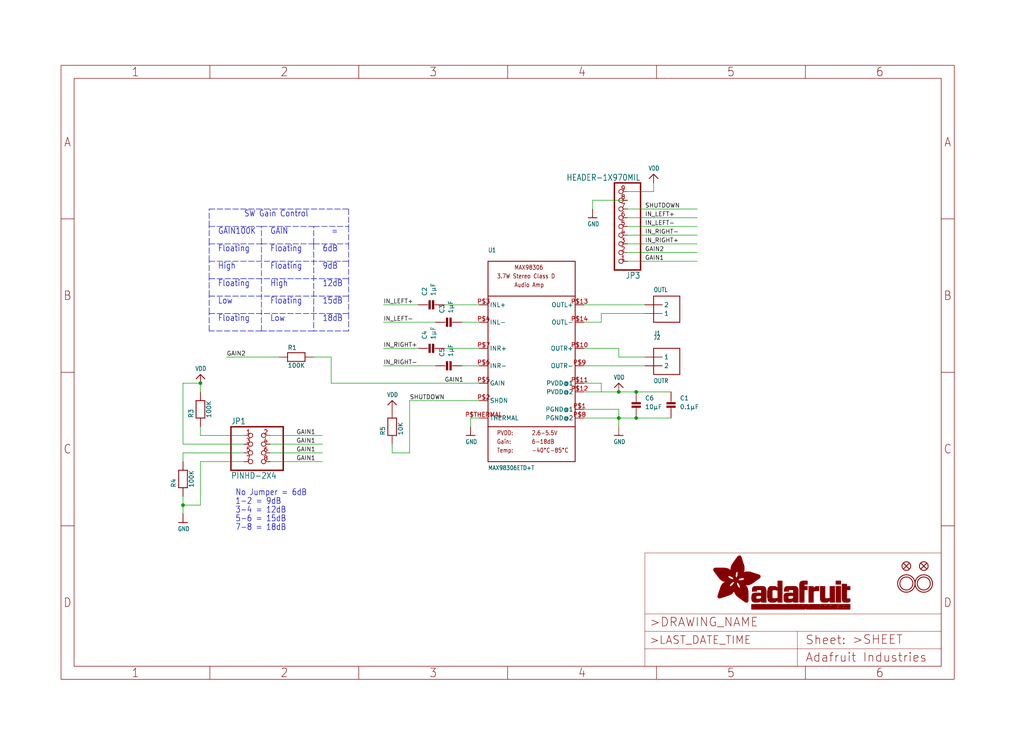
<source format=kicad_sch>
(kicad_sch (version 20211123) (generator eeschema)
  (paper "User" 298.45 217.881)
  (lib_symbols
    (symbol "eagleSchem-eagle-import:AUDIOAMP_MAX98306"
      (property "Reference" "U" (at -12.7 30.48 0))
      (property "Value" "AUDIOAMP_MAX98306" (at -12.7 -33.02 0))
      (symbol "AUDIOAMP_MAX98306_1_0"
        (text "-40°C-85°C" (at 0 -27.94 0) (effects (font (size 1.27 1.0795)) (justify left bottom)))
        (text "2.6-5.5V" (at 0 -22.86 0) (effects (font (size 1.27 1.0795)) (justify left bottom)))
        (text "3.7W Stereo Class D" (at -10.16 22.86 0) (effects (font (size 1.27 1.0795)) (justify left bottom)))
        (text "6-18dB" (at 0 -25.4 0) (effects (font (size 1.27 1.0795)) (justify left bottom)))
        (text "Audio Amp" (at -5.08 20.32 0) (effects (font (size 1.27 1.0795)) (justify left bottom)))
        (text "Gain:" (at -10.16 -25.4 0) (effects (font (size 1.27 1.0795)) (justify left bottom)))
        (text "MAX98306" (at -5.08 25.4 0) (effects (font (size 1.27 1.0795)) (justify left bottom)))
        (text "PVDD:" (at -10.16 -22.86 0) (effects (font (size 1.27 1.0795)) (justify left bottom)))
        (text "Temp:" (at -10.16 -27.94 0) (effects (font (size 1.27 1.0795)) (justify left bottom)))
        (pin power_in line (at 15.24 -15.24 180) (length 2.54) (name "PGND@1") (number "P$1"))
        (pin output line (at 15.24 2.54 180) (length 2.54) (name "OUTR+") (number "P$10"))
        (pin power_in line (at 15.24 -7.62 180) (length 2.54) (name "PVDD@1") (number "P$11"))
        (pin power_in line (at 15.24 -10.16 180) (length 2.54) (name "PVDD@2") (number "P$12"))
        (pin output line (at 15.24 15.24 180) (length 2.54) (name "OUTL+") (number "P$13"))
        (pin output line (at 15.24 10.16 180) (length 2.54) (name "OUTL-") (number "P$14"))
        (pin input line (at -15.24 -12.7 0) (length 2.54) (name "SHDN") (number "P$2"))
        (pin input line (at -15.24 15.24 0) (length 2.54) (name "INL+") (number "P$3"))
        (pin input line (at -15.24 10.16 0) (length 2.54) (name "INL-") (number "P$4"))
        (pin input line (at -15.24 -7.62 0) (length 2.54) (name "GAIN") (number "P$5"))
        (pin input line (at -15.24 -2.54 0) (length 2.54) (name "INR-") (number "P$6"))
        (pin input line (at -15.24 2.54 0) (length 2.54) (name "INR+") (number "P$7"))
        (pin power_in line (at 15.24 -17.78 180) (length 2.54) (name "PGND@2") (number "P$8"))
        (pin output line (at 15.24 -2.54 180) (length 2.54) (name "OUTR-") (number "P$9"))
        (pin power_in line (at -15.24 -17.78 0) (length 2.54) (name "THERMAL") (number "P$THERMAL"))
      )
    )
    (symbol "eagleSchem-eagle-import:CAP_CERAMIC0805"
      (property "Reference" "C" (at 2.54 2.54 0))
      (property "Value" "CAP_CERAMIC0805" (at 2.54 0 0))
      (symbol "CAP_CERAMIC0805_1_0"
        (pin passive line (at 0 5.08 270) (length 2.54) (name "P$1") (number "1"))
        (pin passive line (at 0 -2.54 90) (length 2.54) (name "P$2") (number "2"))
      )
    )
    (symbol "eagleSchem-eagle-import:FIDUCIAL{dblquote}{dblquote}")
    (symbol "eagleSchem-eagle-import:FRAME_A4_ADAFRUIT"
      (symbol "FRAME_A4_ADAFRUIT_1_0"
        (text "1" (at 21.6958 1.905 0) (effects (font (size 2.54 2.286))))
        (text "1" (at 21.6958 177.165 0) (effects (font (size 2.54 2.286))))
        (text "2" (at 65.0875 1.905 0) (effects (font (size 2.54 2.286))))
        (text "2" (at 65.0875 177.165 0) (effects (font (size 2.54 2.286))))
        (text "3" (at 108.4792 1.905 0) (effects (font (size 2.54 2.286))))
        (text "3" (at 108.4792 177.165 0) (effects (font (size 2.54 2.286))))
        (text "4" (at 151.8708 1.905 0) (effects (font (size 2.54 2.286))))
        (text "4" (at 151.8708 177.165 0) (effects (font (size 2.54 2.286))))
        (text "5" (at 195.2625 1.905 0) (effects (font (size 2.54 2.286))))
        (text "5" (at 195.2625 177.165 0) (effects (font (size 2.54 2.286))))
        (text "6" (at 238.6542 1.905 0) (effects (font (size 2.54 2.286))))
        (text "6" (at 238.6542 177.165 0) (effects (font (size 2.54 2.286))))
        (text ">DRAWING_NAME" (at 171.45 15.24 0) (effects (font (size 2.54 2.54)) (justify left bottom)))
        (text ">LAST_DATE_TIME" (at 171.45 10.16 0) (effects (font (size 2.286 2.286)) (justify left bottom)))
        (text ">SHEET" (at 230.505 10.16 0) (effects (font (size 2.54 2.54)) (justify left bottom)))
        (text "A" (at 1.905 156.6863 0) (effects (font (size 2.54 2.286))))
        (text "A" (at 258.445 156.6863 0) (effects (font (size 2.54 2.286))))
        (text "Adafruit Industries" (at 216.916 4.953 0) (effects (font (size 2.54 2.54)) (justify left bottom)))
        (text "B" (at 1.905 111.9188 0) (effects (font (size 2.54 2.286))))
        (text "B" (at 258.445 111.9188 0) (effects (font (size 2.54 2.286))))
        (text "C" (at 1.905 67.1513 0) (effects (font (size 2.54 2.286))))
        (text "C" (at 258.445 67.1513 0) (effects (font (size 2.54 2.286))))
        (text "D" (at 1.905 22.3838 0) (effects (font (size 2.54 2.286))))
        (text "D" (at 258.445 22.3838 0) (effects (font (size 2.54 2.286))))
        (text "Sheet:" (at 216.916 10.033 0) (effects (font (size 2.54 2.54)) (justify left bottom)))
      )
    )
    (symbol "eagleSchem-eagle-import:GND" (power)
      (property "Value" "GND" (at -1.524 -2.54 0))
      (symbol "GND_1_0"
        (pin power_in line (at 0 2.54 270) (length 2.54) (name "GND") (number "1"))
      )
    )
    (symbol "eagleSchem-eagle-import:HEADER-1X970MIL"
      (property "Reference" "JP" (at -6.35 13.335 0))
      (property "Value" "HEADER-1X970MIL" (at -6.35 -15.24 0))
      (symbol "HEADER-1X970MIL_1_0"
        (pin passive inverted (at -2.54 10.16 0) (length 2.54) (name "1") (number "1"))
        (pin passive inverted (at -2.54 7.62 0) (length 2.54) (name "2") (number "2"))
        (pin passive inverted (at -2.54 5.08 0) (length 2.54) (name "3") (number "3"))
        (pin passive inverted (at -2.54 2.54 0) (length 2.54) (name "4") (number "4"))
        (pin passive inverted (at -2.54 0 0) (length 2.54) (name "5") (number "5"))
        (pin passive inverted (at -2.54 -2.54 0) (length 2.54) (name "6") (number "6"))
        (pin passive inverted (at -2.54 -5.08 0) (length 2.54) (name "7") (number "7"))
        (pin passive inverted (at -2.54 -7.62 0) (length 2.54) (name "8") (number "8"))
        (pin passive inverted (at -2.54 -10.16 0) (length 2.54) (name "9") (number "9"))
      )
    )
    (symbol "eagleSchem-eagle-import:MOUNTINGHOLE2.5")
    (symbol "eagleSchem-eagle-import:PINHD-2X4"
      (property "Reference" "JP" (at -6.35 8.255 0))
      (property "Value" "PINHD-2X4" (at -6.35 -7.62 0))
      (symbol "PINHD-2X4_1_0"
        (pin passive inverted (at -2.54 5.08 0) (length 2.54) (name "1") (number "1"))
        (pin passive inverted (at 5.08 5.08 180) (length 2.54) (name "2") (number "2"))
        (pin passive inverted (at -2.54 2.54 0) (length 2.54) (name "3") (number "3"))
        (pin passive inverted (at 5.08 2.54 180) (length 2.54) (name "4") (number "4"))
        (pin passive inverted (at -2.54 0 0) (length 2.54) (name "5") (number "5"))
        (pin passive inverted (at 5.08 0 180) (length 2.54) (name "6") (number "6"))
        (pin passive inverted (at -2.54 -2.54 0) (length 2.54) (name "7") (number "7"))
        (pin passive inverted (at 5.08 -2.54 180) (length 2.54) (name "8") (number "8"))
      )
    )
    (symbol "eagleSchem-eagle-import:RESISTOR0805"
      (property "Reference" "R" (at -2.54 2.032 0))
      (property "Value" "RESISTOR0805" (at -2.54 -3.175 0))
      (symbol "RESISTOR0805_1_0"
        (pin passive line (at -5.08 0 0) (length 2.54) (name "1") (number "1"))
        (pin passive line (at 5.08 0 180) (length 2.54) (name "2") (number "2"))
      )
    )
    (symbol "eagleSchem-eagle-import:TERMBLOCK_1X2"
      (property "Reference" "J" (at -2.54 7.62 0))
      (property "Value" "TERMBLOCK_1X2" (at -2.54 -5.08 0))
      (symbol "TERMBLOCK_1X2_1_0"
        (pin passive line (at -5.08 2.54 0) (length 5.08) (name "1") (number "1"))
        (pin passive line (at -5.08 0 0) (length 5.08) (name "2") (number "2"))
      )
    )
    (symbol "eagleSchem-eagle-import:VDD" (power)
      (property "Value" "VDD" (at -1.524 1.016 0))
      (symbol "VDD_1_0"
        (pin power_in line (at 0 -2.54 90) (length 2.54) (name "VDD") (number "1"))
      )
    )
  )
  (junction (at 180.34 121.92))
  (junction (at 53.34 147.32))
  (junction (at 58.42 111.76))
  (junction (at 185.42 121.92))
  (junction (at 180.34 114.3))
  (junction (at 185.42 114.3))
  (wire (pts (xy 190.5 55.88) (xy 190.5 53.34)))
  (wire (pts (xy 53.34 147.32) (xy 53.34 149.86)))
  (polyline (pts (xy 101.6 66.04) (xy 101.6 71.12)))
  (polyline (pts (xy 91.44 66.04) (xy 101.6 66.04)))
  (polyline (pts (xy 76.2 96.52) (xy 60.96 96.52)))
  (wire (pts (xy 71.12 129.54) (xy 53.34 129.54)))
  (wire (pts (xy 182.88 58.42) (xy 172.72 58.42)))
  (wire (pts (xy 180.34 101.6) (xy 180.34 104.14)))
  (wire (pts (xy 139.7 101.6) (xy 129.54 101.6)))
  (polyline (pts (xy 60.96 81.28) (xy 101.6 81.28)))
  (wire (pts (xy 182.88 71.12) (xy 203.2 71.12)))
  (wire (pts (xy 182.88 55.88) (xy 190.5 55.88)))
  (wire (pts (xy 139.7 93.98) (xy 134.62 93.98)))
  (polyline (pts (xy 101.6 71.12) (xy 101.6 76.2)))
  (wire (pts (xy 180.34 104.14) (xy 187.96 104.14)))
  (wire (pts (xy 119.38 116.84) (xy 119.38 132.08)))
  (wire (pts (xy 170.18 93.98) (xy 175.26 93.98)))
  (polyline (pts (xy 60.96 71.12) (xy 60.96 66.04)))
  (polyline (pts (xy 101.6 76.2) (xy 101.6 81.28)))
  (polyline (pts (xy 101.6 60.96) (xy 101.6 66.04)))
  (polyline (pts (xy 60.96 86.36) (xy 60.96 81.28)))
  (wire (pts (xy 96.52 111.76) (xy 96.52 104.14)))
  (polyline (pts (xy 60.96 60.96) (xy 101.6 60.96)))
  (wire (pts (xy 182.88 73.66) (xy 203.2 73.66)))
  (wire (pts (xy 170.18 88.9) (xy 187.96 88.9)))
  (polyline (pts (xy 76.2 96.52) (xy 76.2 71.12)))
  (wire (pts (xy 96.52 104.14) (xy 91.44 104.14)))
  (polyline (pts (xy 91.44 96.52) (xy 76.2 96.52)))
  (wire (pts (xy 58.42 127) (xy 58.42 124.46)))
  (wire (pts (xy 78.74 127) (xy 93.98 127)))
  (wire (pts (xy 180.34 114.3) (xy 185.42 114.3)))
  (wire (pts (xy 182.88 76.2) (xy 203.2 76.2)))
  (wire (pts (xy 182.88 68.58) (xy 203.2 68.58)))
  (wire (pts (xy 170.18 111.76) (xy 175.26 111.76)))
  (wire (pts (xy 53.34 111.76) (xy 58.42 111.76)))
  (polyline (pts (xy 76.2 71.12) (xy 76.2 66.04)))
  (polyline (pts (xy 91.44 71.12) (xy 91.44 96.52)))
  (polyline (pts (xy 101.6 96.52) (xy 91.44 96.52)))
  (polyline (pts (xy 60.96 91.44) (xy 60.96 86.36)))
  (wire (pts (xy 121.92 101.6) (xy 111.76 101.6)))
  (wire (pts (xy 182.88 66.04) (xy 203.2 66.04)))
  (polyline (pts (xy 76.2 71.12) (xy 91.44 71.12)))
  (wire (pts (xy 139.7 116.84) (xy 119.38 116.84)))
  (wire (pts (xy 170.18 101.6) (xy 180.34 101.6)))
  (wire (pts (xy 78.74 129.54) (xy 93.98 129.54)))
  (wire (pts (xy 170.18 121.92) (xy 180.34 121.92)))
  (wire (pts (xy 170.18 119.38) (xy 180.34 119.38)))
  (polyline (pts (xy 60.96 66.04) (xy 60.96 60.96)))
  (wire (pts (xy 71.12 127) (xy 58.42 127)))
  (wire (pts (xy 121.92 88.9) (xy 111.76 88.9)))
  (wire (pts (xy 53.34 132.08) (xy 53.34 134.62)))
  (polyline (pts (xy 60.96 91.44) (xy 101.6 91.44)))
  (wire (pts (xy 180.34 119.38) (xy 180.34 121.92)))
  (wire (pts (xy 137.16 121.92) (xy 137.16 124.46)))
  (wire (pts (xy 71.12 132.08) (xy 53.34 132.08)))
  (wire (pts (xy 170.18 114.3) (xy 180.34 114.3)))
  (wire (pts (xy 58.42 134.62) (xy 58.42 147.32)))
  (wire (pts (xy 139.7 106.68) (xy 134.62 106.68)))
  (wire (pts (xy 53.34 129.54) (xy 53.34 111.76)))
  (polyline (pts (xy 101.6 86.36) (xy 101.6 91.44)))
  (wire (pts (xy 58.42 114.3) (xy 58.42 111.76)))
  (polyline (pts (xy 91.44 71.12) (xy 101.6 71.12)))
  (polyline (pts (xy 101.6 81.28) (xy 101.6 86.36)))
  (wire (pts (xy 139.7 88.9) (xy 129.54 88.9)))
  (wire (pts (xy 175.26 111.76) (xy 175.26 114.3)))
  (wire (pts (xy 180.34 121.92) (xy 180.34 124.46)))
  (wire (pts (xy 119.38 132.08) (xy 114.3 132.08)))
  (wire (pts (xy 71.12 134.62) (xy 58.42 134.62)))
  (wire (pts (xy 78.74 132.08) (xy 93.98 132.08)))
  (wire (pts (xy 185.42 121.92) (xy 180.34 121.92)))
  (wire (pts (xy 175.26 93.98) (xy 175.26 91.44)))
  (wire (pts (xy 172.72 58.42) (xy 172.72 60.96)))
  (polyline (pts (xy 60.96 96.52) (xy 60.96 91.44)))
  (wire (pts (xy 170.18 106.68) (xy 187.96 106.68)))
  (wire (pts (xy 139.7 111.76) (xy 96.52 111.76)))
  (wire (pts (xy 81.28 104.14) (xy 66.04 104.14)))
  (polyline (pts (xy 101.6 91.44) (xy 101.6 96.52)))
  (wire (pts (xy 175.26 91.44) (xy 187.96 91.44)))
  (wire (pts (xy 139.7 121.92) (xy 137.16 121.92)))
  (wire (pts (xy 58.42 147.32) (xy 53.34 147.32)))
  (polyline (pts (xy 60.96 86.36) (xy 101.6 86.36)))
  (wire (pts (xy 127 93.98) (xy 111.76 93.98)))
  (polyline (pts (xy 91.44 71.12) (xy 91.44 66.04)))
  (polyline (pts (xy 60.96 71.12) (xy 76.2 71.12)))
  (wire (pts (xy 182.88 60.96) (xy 203.2 60.96)))
  (polyline (pts (xy 76.2 66.04) (xy 91.44 66.04)))
  (wire (pts (xy 127 106.68) (xy 111.76 106.68)))
  (polyline (pts (xy 60.96 76.2) (xy 60.96 71.12)))
  (wire (pts (xy 114.3 132.08) (xy 114.3 129.54)))
  (polyline (pts (xy 60.96 66.04) (xy 76.2 66.04)))
  (polyline (pts (xy 60.96 76.2) (xy 101.6 76.2)))
  (wire (pts (xy 53.34 144.78) (xy 53.34 147.32)))
  (wire (pts (xy 185.42 114.3) (xy 195.58 114.3)))
  (polyline (pts (xy 60.96 81.28) (xy 60.96 76.2)))
  (wire (pts (xy 195.58 121.92) (xy 185.42 121.92)))
  (wire (pts (xy 182.88 63.5) (xy 203.2 63.5)))
  (wire (pts (xy 78.74 134.62) (xy 93.98 134.62)))
  (text "Floating" (at 63.5 93.98 180) (effects (font (size 1.778 1.5113)) (justify left bottom)))
  (text "Floating" (at 63.5 73.66 180) (effects (font (size 1.778 1.5113)) (justify left bottom)))
  (text "6dB" (at 93.98 73.66 180) (effects (font (size 1.778 1.5113)) (justify left bottom)))
  (text "12dB" (at 93.98 83.82 180) (effects (font (size 1.778 1.5113)) (justify left bottom)))
  (text "Low" (at 78.74 93.98 180) (effects (font (size 1.778 1.5113)) (justify left bottom)))
  (text "SW Gain Control" (at 71.12 63.5 180) (effects (font (size 1.778 1.5113)) (justify left bottom)))
  (text "5-6 = 15dB" (at 68.58 152.4 180) (effects (font (size 1.778 1.5113)) (justify left bottom)))
  (text "Floating" (at 78.74 73.66 180) (effects (font (size 1.778 1.5113)) (justify left bottom)))
  (text "1-2 = 9dB" (at 68.58 147.32 180) (effects (font (size 1.778 1.5113)) (justify left bottom)))
  (text "18dB" (at 93.98 93.98 180) (effects (font (size 1.778 1.5113)) (justify left bottom)))
  (text "High" (at 78.74 83.82 180) (effects (font (size 1.778 1.5113)) (justify left bottom)))
  (text "9dB" (at 93.98 78.74 180) (effects (font (size 1.778 1.5113)) (justify left bottom)))
  (text "=" (at 96.52 68.58 180) (effects (font (size 1.778 1.5113)) (justify left bottom)))
  (text "Floating" (at 78.74 78.74 180) (effects (font (size 1.778 1.5113)) (justify left bottom)))
  (text "Floating" (at 78.74 88.9 180) (effects (font (size 1.778 1.5113)) (justify left bottom)))
  (text "High" (at 63.5 78.74 180) (effects (font (size 1.778 1.5113)) (justify left bottom)))
  (text "Floating" (at 63.5 83.82 180) (effects (font (size 1.778 1.5113)) (justify left bottom)))
  (text "No Jumper = 6dB" (at 68.58 144.78 180) (effects (font (size 1.778 1.5113)) (justify left bottom)))
  (text "3-4 = 12dB" (at 68.58 149.86 180) (effects (font (size 1.778 1.5113)) (justify left bottom)))
  (text "Low" (at 63.5 88.9 180) (effects (font (size 1.778 1.5113)) (justify left bottom)))
  (text "GAIN" (at 78.74 68.58 180) (effects (font (size 1.778 1.5113)) (justify left bottom)))
  (text "15dB" (at 93.98 88.9 180) (effects (font (size 1.778 1.5113)) (justify left bottom)))
  (text "GAIN100K" (at 63.5 68.58 180) (effects (font (size 1.778 1.5113)) (justify left bottom)))
  (text "7-8 = 18dB" (at 68.58 154.94 180) (effects (font (size 1.778 1.5113)) (justify left bottom)))
  (label "IN_LEFT+" (at 111.76 88.9 0) (effects (font (size 1.2446 1.2446))))
  (label "IN_LEFT+" (at 187.96 63.5 0) (effects (font (size 1.2446 1.2446))))
  (label "GAIN1" (at 86.36 127 0) (effects (font (size 1.2446 1.2446))))
  (label "IN_RIGHT-" (at 187.96 68.58 0) (effects (font (size 1.2446 1.2446))))
  (label "IN_RIGHT+" (at 111.76 101.6 0) (effects (font (size 1.2446 1.2446))))
  (label "IN_RIGHT-" (at 111.76 106.68 0) (effects (font (size 1.2446 1.2446))))
  (label "GAIN2" (at 66.04 104.14 0) (effects (font (size 1.2446 1.2446))))
  (label "GAIN1" (at 86.36 134.62 0) (effects (font (size 1.2446 1.2446))))
  (label "GAIN1" (at 187.96 76.2 0) (effects (font (size 1.2446 1.2446))))
  (label "GAIN2" (at 187.96 73.66 0) (effects (font (size 1.2446 1.2446))))
  (label "IN_RIGHT+" (at 187.96 71.12 0) (effects (font (size 1.2446 1.2446))))
  (label "GAIN1" (at 129.54 111.76 0) (effects (font (size 1.2446 1.2446))))
  (label "GAIN1" (at 86.36 129.54 0) (effects (font (size 1.2446 1.2446))))
  (label "SHUTDOWN" (at 187.96 60.96 0) (effects (font (size 1.2446 1.2446))))
  (label "SHUTDOWN" (at 119.38 116.84 0) (effects (font (size 1.2446 1.2446))))
  (label "IN_LEFT-" (at 187.96 66.04 0) (effects (font (size 1.2446 1.2446))))
  (label "IN_LEFT-" (at 111.76 93.98 0) (effects (font (size 1.2446 1.2446))))
  (label "GAIN1" (at 86.36 132.08 0) (effects (font (size 1.2446 1.2446))))
  (symbol (lib_id "eagleSchem-eagle-import:RESISTOR0805") (at 86.36 104.14 0) (unit 1)
    (property "Reference" "R1" (at 83.82 102.108 0) (effects (justify left bottom)))
    (property "Value" "100K" (at 83.82 107.315 0) (effects (justify left bottom)))
    (property "Footprint" "eagleSchem:0805" (effects hide))
  )
  (symbol (lib_id "eagleSchem-eagle-import:MOUNTINGHOLE2.5") (at 264.16 170.18 0) (unit 1)
    (property "Reference" "U$7" (effects hide))
    (property "Value" "MOUNTINGHOLE2.5" (effects hide))
    (property "Footprint" "eagleSchem:MOUNTINGHOLE_2.5_PLATED" (effects hide))
  )
  (symbol (lib_id "eagleSchem-eagle-import:GND") (at 180.34 127 0) (unit 1)
    (property "Reference" "#U$3" (effects hide))
    (property "Value" "GND" (at 178.816 129.54 0) (effects (font (size 1.27 1.0795)) (justify left bottom)))
    (property "Footprint" "eagleSchem:" (effects hide))
  )
  (symbol (lib_id "eagleSchem-eagle-import:MOUNTINGHOLE2.5") (at 269.24 170.18 0) (unit 1)
    (property "Reference" "U$6" (effects hide))
    (property "Value" "MOUNTINGHOLE2.5" (effects hide))
    (property "Footprint" "eagleSchem:MOUNTINGHOLE_2.5_PLATED" (effects hide))
  )
  (symbol (lib_id "eagleSchem-eagle-import:HEADER-1X970MIL") (at 180.34 66.04 180) (unit 1)
    (property "Reference" "JP3" (at 186.69 79.375 0) (effects (font (size 1.778 1.5113)) (justify left bottom)))
    (property "Value" "HEADER-1X970MIL" (at 186.69 50.8 0) (effects (font (size 1.778 1.5113)) (justify left bottom)))
    (property "Footprint" "eagleSchem:1X09_ROUND_70" (effects hide))
  )
  (symbol (lib_id "eagleSchem-eagle-import:CAP_CERAMIC0805") (at 195.58 119.38 0) (unit 1)
    (property "Reference" "C1" (at 198.12 116.84 0) (effects (justify left bottom)))
    (property "Value" "0.1µF" (at 198.12 119.38 0) (effects (justify left bottom)))
    (property "Footprint" "eagleSchem:0805" (effects hide))
  )
  (symbol (lib_id "eagleSchem-eagle-import:RESISTOR0805") (at 58.42 119.38 90) (unit 1)
    (property "Reference" "R3" (at 56.388 121.92 0) (effects (justify left bottom)))
    (property "Value" "100K" (at 61.595 121.92 0) (effects (justify left bottom)))
    (property "Footprint" "eagleSchem:0805" (effects hide))
  )
  (symbol (lib_id "eagleSchem-eagle-import:CAP_CERAMIC0805") (at 127 88.9 90) (unit 1)
    (property "Reference" "C2" (at 124.46 86.36 0) (effects (justify left bottom)))
    (property "Value" "1µF" (at 127 86.36 0) (effects (justify left bottom)))
    (property "Footprint" "eagleSchem:0805" (effects hide))
  )
  (symbol (lib_id "eagleSchem-eagle-import:FRAME_A4_ADAFRUIT") (at 17.78 198.12 0) (unit 1)
    (property "Reference" "#U$1" (effects hide))
    (property "Value" "FRAME_A4_ADAFRUIT" (effects hide))
    (property "Footprint" "eagleSchem:" (effects hide))
  )
  (symbol (lib_id "eagleSchem-eagle-import:FIDUCIAL{dblquote}{dblquote}") (at 269.24 165.1 0) (unit 1)
    (property "Reference" "FID1" (effects hide))
    (property "Value" "FIDUCIAL{dblquote}{dblquote}" (effects hide))
    (property "Footprint" "eagleSchem:FIDUCIAL_1MM" (effects hide))
  )
  (symbol (lib_id "eagleSchem-eagle-import:CAP_CERAMIC0805") (at 132.08 93.98 90) (unit 1)
    (property "Reference" "C3" (at 129.54 91.44 0) (effects (justify left bottom)))
    (property "Value" "1µF" (at 132.08 91.44 0) (effects (justify left bottom)))
    (property "Footprint" "eagleSchem:0805" (effects hide))
  )
  (symbol (lib_id "eagleSchem-eagle-import:GND") (at 53.34 152.4 0) (unit 1)
    (property "Reference" "#U$5" (effects hide))
    (property "Value" "GND" (at 51.816 154.94 0) (effects (font (size 1.27 1.0795)) (justify left bottom)))
    (property "Footprint" "eagleSchem:" (effects hide))
  )
  (symbol (lib_id "eagleSchem-eagle-import:RESISTOR0805") (at 114.3 124.46 90) (unit 1)
    (property "Reference" "R5" (at 112.268 127 0) (effects (justify left bottom)))
    (property "Value" "10K" (at 117.475 127 0) (effects (justify left bottom)))
    (property "Footprint" "eagleSchem:0805" (effects hide))
  )
  (symbol (lib_id "eagleSchem-eagle-import:GND") (at 172.72 63.5 0) (unit 1)
    (property "Reference" "#U$12" (effects hide))
    (property "Value" "GND" (at 171.196 66.04 0) (effects (font (size 1.27 1.0795)) (justify left bottom)))
    (property "Footprint" "eagleSchem:" (effects hide))
  )
  (symbol (lib_id "eagleSchem-eagle-import:RESISTOR0805") (at 53.34 139.7 90) (unit 1)
    (property "Reference" "R4" (at 51.308 142.24 0) (effects (justify left bottom)))
    (property "Value" "100K" (at 56.515 142.24 0) (effects (justify left bottom)))
    (property "Footprint" "eagleSchem:0805" (effects hide))
  )
  (symbol (lib_id "eagleSchem-eagle-import:GND") (at 137.16 127 0) (unit 1)
    (property "Reference" "#U$9" (effects hide))
    (property "Value" "GND" (at 135.636 129.54 0) (effects (font (size 1.27 1.0795)) (justify left bottom)))
    (property "Footprint" "eagleSchem:" (effects hide))
  )
  (symbol (lib_id "eagleSchem-eagle-import:PINHD-2X4") (at 73.66 132.08 0) (unit 1)
    (property "Reference" "JP1" (at 67.31 123.825 0) (effects (font (size 1.778 1.5113)) (justify left bottom)))
    (property "Value" "PINHD-2X4" (at 67.31 139.7 0) (effects (font (size 1.778 1.5113)) (justify left bottom)))
    (property "Footprint" "eagleSchem:2X04" (effects hide))
  )
  (symbol (lib_id "eagleSchem-eagle-import:CAP_CERAMIC0805") (at 185.42 119.38 0) (unit 1)
    (property "Reference" "C6" (at 187.96 116.84 0) (effects (justify left bottom)))
    (property "Value" "10µF" (at 187.96 119.38 0) (effects (justify left bottom)))
    (property "Footprint" "eagleSchem:0805" (effects hide))
  )
  (symbol (lib_id "eagleSchem-eagle-import:FIDUCIAL{dblquote}{dblquote}") (at 264.16 165.1 0) (unit 1)
    (property "Reference" "FID2" (effects hide))
    (property "Value" "FIDUCIAL{dblquote}{dblquote}" (effects hide))
    (property "Footprint" "eagleSchem:FIDUCIAL_1MM" (effects hide))
  )
  (symbol (lib_id "eagleSchem-eagle-import:AUDIOAMP_MAX98306") (at 154.94 104.14 0) (unit 1)
    (property "Reference" "U1" (at 142.24 73.66 0) (effects (font (size 1.27 1.0795)) (justify left bottom)))
    (property "Value" "MAX98306ETD+T" (at 142.24 137.16 0) (effects (font (size 1.27 1.0795)) (justify left bottom)))
    (property "Footprint" "eagleSchem:TDFN14_3X3MM" (effects hide))
  )
  (symbol (lib_id "eagleSchem-eagle-import:VDD") (at 190.5 50.8 0) (unit 1)
    (property "Reference" "#U$11" (effects hide))
    (property "Value" "VDD" (at 188.976 49.784 0) (effects (font (size 1.27 1.0795)) (justify left bottom)))
    (property "Footprint" "eagleSchem:" (effects hide))
  )
  (symbol (lib_id "eagleSchem-eagle-import:VDD") (at 58.42 109.22 0) (unit 1)
    (property "Reference" "#U$4" (effects hide))
    (property "Value" "VDD" (at 56.896 108.204 0) (effects (font (size 1.27 1.0795)) (justify left bottom)))
    (property "Footprint" "eagleSchem:" (effects hide))
  )
  (symbol (lib_id "eagleSchem-eagle-import:TERMBLOCK_1X2") (at 193.04 88.9 0) (mirror x) (unit 1)
    (property "Reference" "J1" (at 190.5 96.52 0) (effects (font (size 1.27 1.0795)) (justify left bottom)))
    (property "Value" "OUTL" (at 190.5 83.82 0) (effects (font (size 1.27 1.0795)) (justify left bottom)))
    (property "Footprint" "eagleSchem:TERMBLOCK_1X2-3.5MM" (effects hide))
  )
  (symbol (lib_id "eagleSchem-eagle-import:TERMBLOCK_1X2") (at 193.04 106.68 0) (unit 1)
    (property "Reference" "J2" (at 190.5 99.06 0) (effects (font (size 1.27 1.0795)) (justify left bottom)))
    (property "Value" "OUTR" (at 190.5 111.76 0) (effects (font (size 1.27 1.0795)) (justify left bottom)))
    (property "Footprint" "eagleSchem:TERMBLOCK_1X2-3.5MM" (effects hide))
  )
  (symbol (lib_id "eagleSchem-eagle-import:CAP_CERAMIC0805") (at 127 101.6 90) (unit 1)
    (property "Reference" "C4" (at 124.46 99.06 0) (effects (justify left bottom)))
    (property "Value" "1µF" (at 127 99.06 0) (effects (justify left bottom)))
    (property "Footprint" "eagleSchem:0805" (effects hide))
  )
  (symbol (lib_id "eagleSchem-eagle-import:CAP_CERAMIC0805") (at 132.08 106.68 90) (unit 1)
    (property "Reference" "C5" (at 129.54 104.14 0) (effects (justify left bottom)))
    (property "Value" "1µF" (at 132.08 104.14 0) (effects (justify left bottom)))
    (property "Footprint" "eagleSchem:0805" (effects hide))
  )
  (symbol (lib_id "eagleSchem-eagle-import:VDD") (at 114.3 116.84 0) (unit 1)
    (property "Reference" "#U$8" (effects hide))
    (property "Value" "VDD" (at 112.776 115.824 0) (effects (font (size 1.27 1.0795)) (justify left bottom)))
    (property "Footprint" "eagleSchem:" (effects hide))
  )
  (symbol (lib_id "eagleSchem-eagle-import:VDD") (at 180.34 111.76 0) (unit 1)
    (property "Reference" "#U$2" (effects hide))
    (property "Value" "VDD" (at 178.816 110.744 0) (effects (font (size 1.27 1.0795)) (justify left bottom)))
    (property "Footprint" "eagleSchem:" (effects hide))
  )
)
</source>
